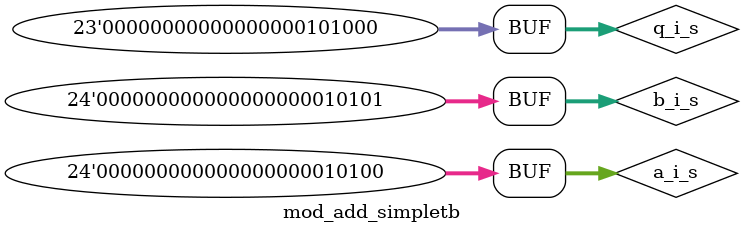
<source format=sv>
`timescale 1 ns/ 1 ps

module mod_add_simpletb ();

	logic [23:0] a_i_s;
	logic [23:0] b_i_s;
	logic [22:0] q_i_s;
	logic [22:0] c_o_s;

//DUT
	mod_add DUT (
		.a_i(a_i_s),
		.b_i(b_i_s),
		.q_i(q_i_s),
		.c_o(c_o_s)	
	);

//stimuli generation
	initial 
		begin
			a_i_s = '0;
			b_i_s = '0;
			q_i_s = 40;
			#5 a_i_s = 20;
			b_i_s = 3;
			#5 b_i_s = 21;

		end

endmodule : mod_add_simpletb

</source>
